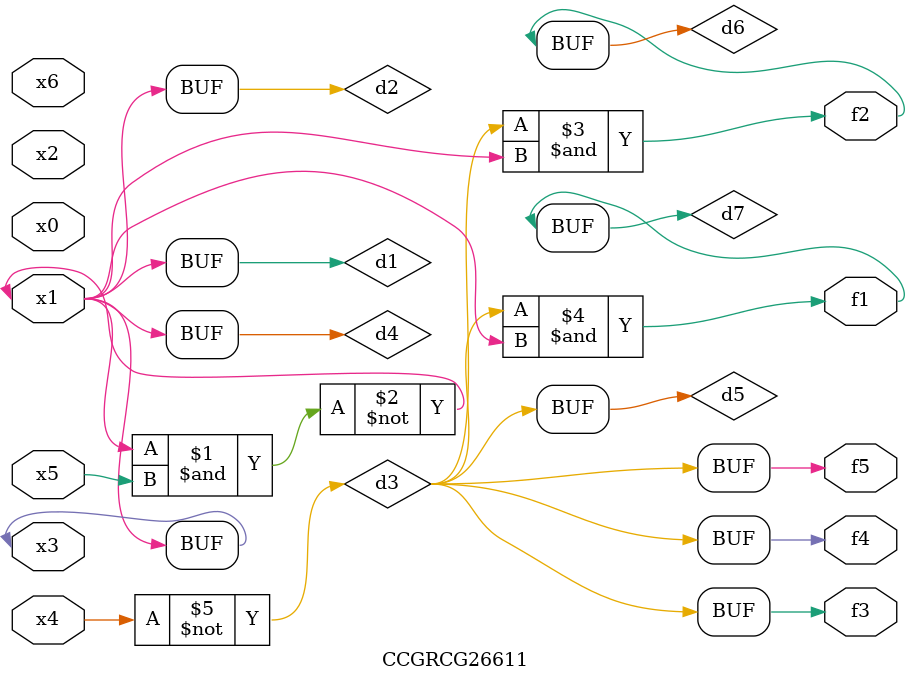
<source format=v>
module CCGRCG26611(
	input x0, x1, x2, x3, x4, x5, x6,
	output f1, f2, f3, f4, f5
);

	wire d1, d2, d3, d4, d5, d6, d7;

	buf (d1, x1, x3);
	nand (d2, x1, x5);
	not (d3, x4);
	buf (d4, d1, d2);
	buf (d5, d3);
	and (d6, d3, d4);
	and (d7, d3, d4);
	assign f1 = d7;
	assign f2 = d6;
	assign f3 = d5;
	assign f4 = d5;
	assign f5 = d5;
endmodule

</source>
